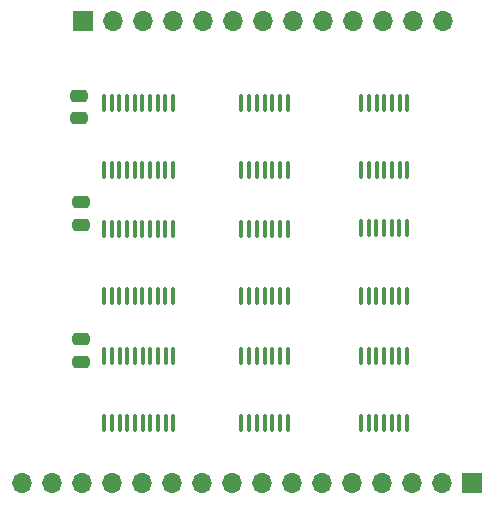
<source format=gbr>
%TF.GenerationSoftware,KiCad,Pcbnew,(6.0.0-0)*%
%TF.CreationDate,2022-01-17T21:16:48-05:00*%
%TF.ProjectId,Modules,4d6f6475-6c65-4732-9e6b-696361645f70,rev?*%
%TF.SameCoordinates,Original*%
%TF.FileFunction,Soldermask,Top*%
%TF.FilePolarity,Negative*%
%FSLAX46Y46*%
G04 Gerber Fmt 4.6, Leading zero omitted, Abs format (unit mm)*
G04 Created by KiCad (PCBNEW (6.0.0-0)) date 2022-01-17 21:16:48*
%MOMM*%
%LPD*%
G01*
G04 APERTURE LIST*
G04 Aperture macros list*
%AMRoundRect*
0 Rectangle with rounded corners*
0 $1 Rounding radius*
0 $2 $3 $4 $5 $6 $7 $8 $9 X,Y pos of 4 corners*
0 Add a 4 corners polygon primitive as box body*
4,1,4,$2,$3,$4,$5,$6,$7,$8,$9,$2,$3,0*
0 Add four circle primitives for the rounded corners*
1,1,$1+$1,$2,$3*
1,1,$1+$1,$4,$5*
1,1,$1+$1,$6,$7*
1,1,$1+$1,$8,$9*
0 Add four rect primitives between the rounded corners*
20,1,$1+$1,$2,$3,$4,$5,0*
20,1,$1+$1,$4,$5,$6,$7,0*
20,1,$1+$1,$6,$7,$8,$9,0*
20,1,$1+$1,$8,$9,$2,$3,0*%
G04 Aperture macros list end*
%ADD10RoundRect,0.250000X0.475000X-0.250000X0.475000X0.250000X-0.475000X0.250000X-0.475000X-0.250000X0*%
%ADD11RoundRect,0.100000X0.100000X-0.637500X0.100000X0.637500X-0.100000X0.637500X-0.100000X-0.637500X0*%
%ADD12O,1.700000X1.700000*%
%ADD13R,1.700000X1.700000*%
G04 APERTURE END LIST*
D10*
%TO.C,C1*%
X202625000Y-71925000D03*
X202625000Y-70025000D03*
%TD*%
D11*
%TO.C,U2*%
X216350000Y-76362500D03*
X217000000Y-76362500D03*
X217650000Y-76362500D03*
X218300000Y-76362500D03*
X218950000Y-76362500D03*
X219600000Y-76362500D03*
X220250000Y-76362500D03*
X220250000Y-70637500D03*
X219600000Y-70637500D03*
X218950000Y-70637500D03*
X218300000Y-70637500D03*
X217650000Y-70637500D03*
X217000000Y-70637500D03*
X216350000Y-70637500D03*
%TD*%
%TO.C,U7*%
X216350000Y-97762500D03*
X217000000Y-97762500D03*
X217650000Y-97762500D03*
X218300000Y-97762500D03*
X218950000Y-97762500D03*
X219600000Y-97762500D03*
X220250000Y-97762500D03*
X220250000Y-92037500D03*
X219600000Y-92037500D03*
X218950000Y-92037500D03*
X218300000Y-92037500D03*
X217650000Y-92037500D03*
X217000000Y-92037500D03*
X216350000Y-92037500D03*
%TD*%
%TO.C,U9*%
X204700000Y-87012500D03*
X205350000Y-87012500D03*
X206000000Y-87012500D03*
X206650000Y-87012500D03*
X207300000Y-87012500D03*
X207950000Y-87012500D03*
X208600000Y-87012500D03*
X209250000Y-87012500D03*
X209900000Y-87012500D03*
X210550000Y-87012500D03*
X210550000Y-81287500D03*
X209900000Y-81287500D03*
X209250000Y-81287500D03*
X208600000Y-81287500D03*
X207950000Y-81287500D03*
X207300000Y-81287500D03*
X206650000Y-81287500D03*
X206000000Y-81287500D03*
X205350000Y-81287500D03*
X204700000Y-81287500D03*
%TD*%
%TO.C,U1*%
X204725000Y-97787500D03*
X205375000Y-97787500D03*
X206025000Y-97787500D03*
X206675000Y-97787500D03*
X207325000Y-97787500D03*
X207975000Y-97787500D03*
X208625000Y-97787500D03*
X209275000Y-97787500D03*
X209925000Y-97787500D03*
X210575000Y-97787500D03*
X210575000Y-92062500D03*
X209925000Y-92062500D03*
X209275000Y-92062500D03*
X208625000Y-92062500D03*
X207975000Y-92062500D03*
X207325000Y-92062500D03*
X206675000Y-92062500D03*
X206025000Y-92062500D03*
X205375000Y-92062500D03*
X204725000Y-92062500D03*
%TD*%
%TO.C,U5*%
X226475000Y-86987500D03*
X227125000Y-86987500D03*
X227775000Y-86987500D03*
X228425000Y-86987500D03*
X229075000Y-86987500D03*
X229725000Y-86987500D03*
X230375000Y-86987500D03*
X230375000Y-81262500D03*
X229725000Y-81262500D03*
X229075000Y-81262500D03*
X228425000Y-81262500D03*
X227775000Y-81262500D03*
X227125000Y-81262500D03*
X226475000Y-81262500D03*
%TD*%
%TO.C,U6*%
X204700000Y-76362500D03*
X205350000Y-76362500D03*
X206000000Y-76362500D03*
X206650000Y-76362500D03*
X207300000Y-76362500D03*
X207950000Y-76362500D03*
X208600000Y-76362500D03*
X209250000Y-76362500D03*
X209900000Y-76362500D03*
X210550000Y-76362500D03*
X210550000Y-70637500D03*
X209900000Y-70637500D03*
X209250000Y-70637500D03*
X208600000Y-70637500D03*
X207950000Y-70637500D03*
X207300000Y-70637500D03*
X206650000Y-70637500D03*
X206000000Y-70637500D03*
X205350000Y-70637500D03*
X204700000Y-70637500D03*
%TD*%
D10*
%TO.C,C3*%
X202725000Y-92550000D03*
X202725000Y-90650000D03*
%TD*%
D11*
%TO.C,U8*%
X226475000Y-97762500D03*
X227125000Y-97762500D03*
X227775000Y-97762500D03*
X228425000Y-97762500D03*
X229075000Y-97762500D03*
X229725000Y-97762500D03*
X230375000Y-97762500D03*
X230375000Y-92037500D03*
X229725000Y-92037500D03*
X229075000Y-92037500D03*
X228425000Y-92037500D03*
X227775000Y-92037500D03*
X227125000Y-92037500D03*
X226475000Y-92037500D03*
%TD*%
D10*
%TO.C,C2*%
X202725000Y-80950000D03*
X202725000Y-79050000D03*
%TD*%
D11*
%TO.C,U4*%
X226500000Y-76362500D03*
X227150000Y-76362500D03*
X227800000Y-76362500D03*
X228450000Y-76362500D03*
X229100000Y-76362500D03*
X229750000Y-76362500D03*
X230400000Y-76362500D03*
X230400000Y-70637500D03*
X229750000Y-70637500D03*
X229100000Y-70637500D03*
X228450000Y-70637500D03*
X227800000Y-70637500D03*
X227150000Y-70637500D03*
X226500000Y-70637500D03*
%TD*%
%TO.C,U3*%
X216350000Y-87012500D03*
X217000000Y-87012500D03*
X217650000Y-87012500D03*
X218300000Y-87012500D03*
X218950000Y-87012500D03*
X219600000Y-87012500D03*
X220250000Y-87012500D03*
X220250000Y-81287500D03*
X219600000Y-81287500D03*
X218950000Y-81287500D03*
X218300000Y-81287500D03*
X217650000Y-81287500D03*
X217000000Y-81287500D03*
X216350000Y-81287500D03*
%TD*%
D12*
%TO.C,J1*%
X197750000Y-102825000D03*
X200290000Y-102825000D03*
X202830000Y-102825000D03*
X205370000Y-102825000D03*
X207910000Y-102825000D03*
X210450000Y-102825000D03*
X212990000Y-102825000D03*
X215530000Y-102825000D03*
X218070000Y-102825000D03*
X220610000Y-102825000D03*
X223150000Y-102825000D03*
X225690000Y-102825000D03*
X228230000Y-102825000D03*
X230770000Y-102825000D03*
X233310000Y-102825000D03*
D13*
X235850000Y-102825000D03*
%TD*%
%TO.C,JC*%
X202900000Y-63750000D03*
D12*
X205440000Y-63750000D03*
X207980000Y-63750000D03*
X210520000Y-63750000D03*
X213060000Y-63750000D03*
X215600000Y-63750000D03*
X218140000Y-63750000D03*
X220680000Y-63750000D03*
X223220000Y-63750000D03*
X225760000Y-63750000D03*
X228300000Y-63750000D03*
X230840000Y-63750000D03*
X233380000Y-63750000D03*
%TD*%
M02*

</source>
